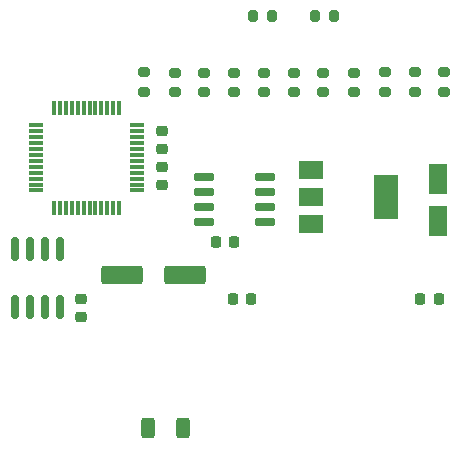
<source format=gbr>
%TF.GenerationSoftware,KiCad,Pcbnew,7.0.1*%
%TF.CreationDate,2024-04-15T22:24:01+02:00*%
%TF.ProjectId,nema17_driver,6e656d61-3137-45f6-9472-697665722e6b,rev?*%
%TF.SameCoordinates,Original*%
%TF.FileFunction,Paste,Top*%
%TF.FilePolarity,Positive*%
%FSLAX46Y46*%
G04 Gerber Fmt 4.6, Leading zero omitted, Abs format (unit mm)*
G04 Created by KiCad (PCBNEW 7.0.1) date 2024-04-15 22:24:01*
%MOMM*%
%LPD*%
G01*
G04 APERTURE LIST*
G04 Aperture macros list*
%AMRoundRect*
0 Rectangle with rounded corners*
0 $1 Rounding radius*
0 $2 $3 $4 $5 $6 $7 $8 $9 X,Y pos of 4 corners*
0 Add a 4 corners polygon primitive as box body*
4,1,4,$2,$3,$4,$5,$6,$7,$8,$9,$2,$3,0*
0 Add four circle primitives for the rounded corners*
1,1,$1+$1,$2,$3*
1,1,$1+$1,$4,$5*
1,1,$1+$1,$6,$7*
1,1,$1+$1,$8,$9*
0 Add four rect primitives between the rounded corners*
20,1,$1+$1,$2,$3,$4,$5,0*
20,1,$1+$1,$4,$5,$6,$7,0*
20,1,$1+$1,$6,$7,$8,$9,0*
20,1,$1+$1,$8,$9,$2,$3,0*%
G04 Aperture macros list end*
%ADD10R,0.304800X1.193800*%
%ADD11R,1.193800X0.304800*%
%ADD12RoundRect,0.250000X0.312500X0.625000X-0.312500X0.625000X-0.312500X-0.625000X0.312500X-0.625000X0*%
%ADD13RoundRect,0.200000X-0.200000X-0.275000X0.200000X-0.275000X0.200000X0.275000X-0.200000X0.275000X0*%
%ADD14RoundRect,0.200000X0.275000X-0.200000X0.275000X0.200000X-0.275000X0.200000X-0.275000X-0.200000X0*%
%ADD15RoundRect,0.225000X0.250000X-0.225000X0.250000X0.225000X-0.250000X0.225000X-0.250000X-0.225000X0*%
%ADD16RoundRect,0.200000X-0.275000X0.200000X-0.275000X-0.200000X0.275000X-0.200000X0.275000X0.200000X0*%
%ADD17R,2.000000X1.500000*%
%ADD18R,2.000000X3.800000*%
%ADD19RoundRect,0.225000X-0.225000X-0.250000X0.225000X-0.250000X0.225000X0.250000X-0.225000X0.250000X0*%
%ADD20RoundRect,0.150000X-0.150000X0.825000X-0.150000X-0.825000X0.150000X-0.825000X0.150000X0.825000X0*%
%ADD21RoundRect,0.150000X0.725000X0.150000X-0.725000X0.150000X-0.725000X-0.150000X0.725000X-0.150000X0*%
%ADD22RoundRect,0.225000X-0.250000X0.225000X-0.250000X-0.225000X0.250000X-0.225000X0.250000X0.225000X0*%
%ADD23RoundRect,0.250000X-0.550000X1.050000X-0.550000X-1.050000X0.550000X-1.050000X0.550000X1.050000X0*%
%ADD24RoundRect,0.250000X1.500000X0.550000X-1.500000X0.550000X-1.500000X-0.550000X1.500000X-0.550000X0*%
G04 APERTURE END LIST*
D10*
%TO.C,U3*%
X136235999Y-81693999D03*
X135736000Y-81693999D03*
X135235998Y-81693999D03*
X134735999Y-81693999D03*
X134236000Y-81693999D03*
X133735999Y-81693999D03*
X133235999Y-81693999D03*
X132735998Y-81693999D03*
X132235999Y-81693999D03*
X131736000Y-81693999D03*
X131235998Y-81693999D03*
X130735999Y-81693999D03*
D11*
X129236000Y-80194000D03*
X129236000Y-79694001D03*
X129236000Y-79193999D03*
X129236000Y-78694000D03*
X129236000Y-78194001D03*
X129236000Y-77694000D03*
X129236000Y-77194000D03*
X129236000Y-76693999D03*
X129236000Y-76194000D03*
X129236000Y-75694001D03*
X129236000Y-75193999D03*
X129236000Y-74694000D03*
D10*
X130735999Y-73194001D03*
X131235998Y-73194001D03*
X131736000Y-73194001D03*
X132235999Y-73194001D03*
X132735998Y-73194001D03*
X133235999Y-73194001D03*
X133735999Y-73194001D03*
X134236000Y-73194001D03*
X134735999Y-73194001D03*
X135235998Y-73194001D03*
X135736000Y-73194001D03*
X136235999Y-73194001D03*
D11*
X137735998Y-74694000D03*
X137735998Y-75193999D03*
X137735998Y-75694001D03*
X137735998Y-76194000D03*
X137735998Y-76693999D03*
X137735998Y-77194000D03*
X137735998Y-77694000D03*
X137735998Y-78194001D03*
X137735998Y-78694000D03*
X137735998Y-79193999D03*
X137735998Y-79694001D03*
X137735998Y-80194000D03*
%TD*%
D12*
%TO.C,R1*%
X141620500Y-100304000D03*
X138695500Y-100304000D03*
%TD*%
D13*
%TO.C,R6*%
X147562600Y-65404400D03*
X149212600Y-65404400D03*
%TD*%
D14*
%TO.C,R9*%
X158760000Y-71821094D03*
X158760000Y-70171094D03*
%TD*%
D15*
%TO.C,C10*%
X133046000Y-90906000D03*
X133046000Y-89356000D03*
%TD*%
D16*
%TO.C,R2*%
X143460000Y-70235000D03*
X143460000Y-71885000D03*
%TD*%
D14*
%TO.C,R14*%
X146000000Y-71884094D03*
X146000000Y-70234094D03*
%TD*%
D17*
%TO.C,VREG1*%
X152502000Y-78446000D03*
X152502000Y-80746000D03*
D18*
X158802000Y-80746000D03*
D17*
X152502000Y-83046000D03*
%TD*%
D19*
%TO.C,C5*%
X144450000Y-84556000D03*
X146000000Y-84556000D03*
%TD*%
D14*
%TO.C,R8*%
X161270000Y-71821094D03*
X161270000Y-70171094D03*
%TD*%
D13*
%TO.C,R5*%
X152795000Y-65404400D03*
X154445000Y-65404400D03*
%TD*%
D20*
%TO.C,U2*%
X131191800Y-85129000D03*
X129921800Y-85129000D03*
X128651800Y-85129000D03*
X127381800Y-85129000D03*
X127381800Y-90079000D03*
X128651800Y-90079000D03*
X129921800Y-90079000D03*
X131191800Y-90079000D03*
%TD*%
D14*
%TO.C,R12*%
X151020000Y-71884094D03*
X151020000Y-70234094D03*
%TD*%
%TO.C,R7*%
X163780000Y-71821094D03*
X163780000Y-70171094D03*
%TD*%
D21*
%TO.C,U1*%
X148575000Y-82905000D03*
X148575000Y-81635000D03*
X148575000Y-80365000D03*
X148575000Y-79095000D03*
X143425000Y-79095000D03*
X143425000Y-80365000D03*
X143425000Y-81635000D03*
X143425000Y-82905000D03*
%TD*%
D16*
%TO.C,R4*%
X138380000Y-70194392D03*
X138380000Y-71844392D03*
%TD*%
D19*
%TO.C,C4*%
X145860000Y-89382000D03*
X147410000Y-89382000D03*
%TD*%
D22*
%TO.C,C9*%
X139835999Y-75158000D03*
X139835999Y-76708000D03*
%TD*%
D23*
%TO.C,C2*%
X163272000Y-79200000D03*
X163272000Y-82800000D03*
%TD*%
D16*
%TO.C,R3*%
X140994702Y-70235000D03*
X140994702Y-71885000D03*
%TD*%
D19*
%TO.C,C3*%
X161735000Y-89382000D03*
X163285000Y-89382000D03*
%TD*%
D14*
%TO.C,R10*%
X156160000Y-71884094D03*
X156160000Y-70234094D03*
%TD*%
D24*
%TO.C,C1*%
X136442000Y-87350000D03*
X141842000Y-87350000D03*
%TD*%
D15*
%TO.C,C6*%
X139835999Y-79769000D03*
X139835999Y-78219000D03*
%TD*%
D14*
%TO.C,R11*%
X153530000Y-71884094D03*
X153530000Y-70234094D03*
%TD*%
%TO.C,R13*%
X148510000Y-71884094D03*
X148510000Y-70234094D03*
%TD*%
M02*

</source>
